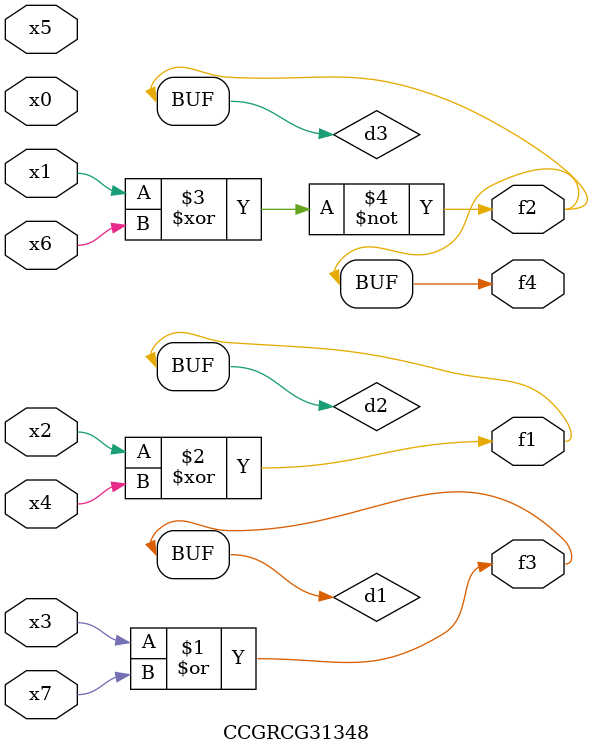
<source format=v>
module CCGRCG31348(
	input x0, x1, x2, x3, x4, x5, x6, x7,
	output f1, f2, f3, f4
);

	wire d1, d2, d3;

	or (d1, x3, x7);
	xor (d2, x2, x4);
	xnor (d3, x1, x6);
	assign f1 = d2;
	assign f2 = d3;
	assign f3 = d1;
	assign f4 = d3;
endmodule

</source>
